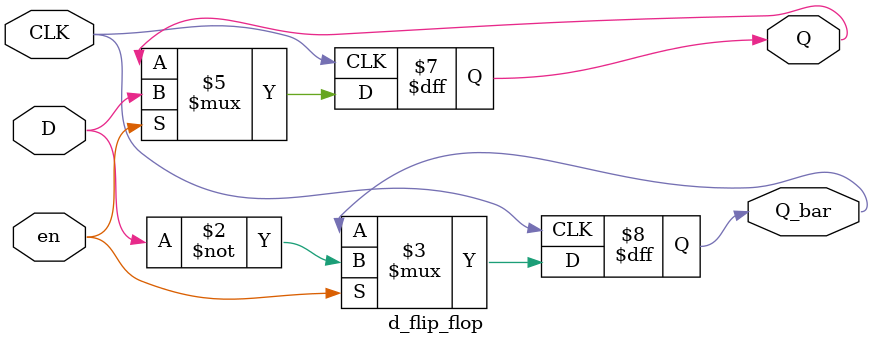
<source format=v>
module d_flip_flop (
    input CLK,
    input D,
    input en,
    output Q,
    output Q_bar
);

reg Q, Q_bar;

always @(posedge CLK) begin
    if (en) begin
        Q <= D;
        Q_bar <= ~D;
    end
end

endmodule

</source>
